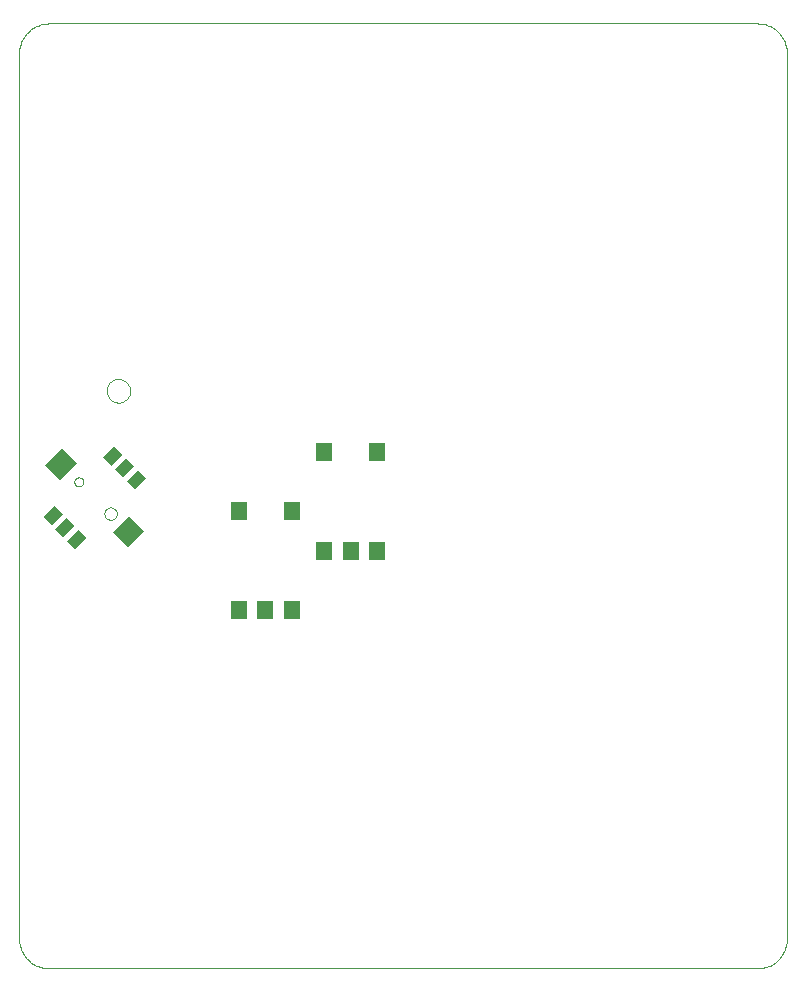
<source format=gbp>
G75*
%MOIN*%
%OFA0B0*%
%FSLAX24Y24*%
%IPPOS*%
%LPD*%
%AMOC8*
5,1,8,0,0,1.08239X$1,22.5*
%
%ADD10C,0.0000*%
%ADD11R,0.0531X0.0394*%
%ADD12R,0.0787X0.0709*%
%ADD13R,0.0551X0.0630*%
D10*
X000960Y001444D02*
X000960Y030972D01*
X000962Y031034D01*
X000968Y031095D01*
X000977Y031156D01*
X000991Y031217D01*
X001008Y031276D01*
X001029Y031334D01*
X001054Y031391D01*
X001082Y031446D01*
X001113Y031499D01*
X001148Y031550D01*
X001186Y031599D01*
X001227Y031646D01*
X001270Y031689D01*
X001317Y031730D01*
X001366Y031768D01*
X001417Y031803D01*
X001470Y031834D01*
X001525Y031862D01*
X001582Y031887D01*
X001640Y031908D01*
X001699Y031925D01*
X001760Y031939D01*
X001821Y031948D01*
X001882Y031954D01*
X001944Y031956D01*
X025567Y031956D01*
X025629Y031954D01*
X025690Y031948D01*
X025751Y031939D01*
X025812Y031925D01*
X025871Y031908D01*
X025929Y031887D01*
X025986Y031862D01*
X026041Y031834D01*
X026094Y031803D01*
X026145Y031768D01*
X026194Y031730D01*
X026241Y031689D01*
X026284Y031646D01*
X026325Y031599D01*
X026363Y031550D01*
X026398Y031499D01*
X026429Y031446D01*
X026457Y031391D01*
X026482Y031334D01*
X026503Y031276D01*
X026520Y031217D01*
X026534Y031156D01*
X026543Y031095D01*
X026549Y031034D01*
X026551Y030972D01*
X026551Y001444D01*
X026549Y001382D01*
X026543Y001321D01*
X026534Y001260D01*
X026520Y001199D01*
X026503Y001140D01*
X026482Y001082D01*
X026457Y001025D01*
X026429Y000970D01*
X026398Y000917D01*
X026363Y000866D01*
X026325Y000817D01*
X026284Y000770D01*
X026241Y000727D01*
X026194Y000686D01*
X026145Y000648D01*
X026094Y000613D01*
X026041Y000582D01*
X025986Y000554D01*
X025929Y000529D01*
X025871Y000508D01*
X025812Y000491D01*
X025751Y000477D01*
X025690Y000468D01*
X025629Y000462D01*
X025567Y000460D01*
X001944Y000460D01*
X001882Y000462D01*
X001821Y000468D01*
X001760Y000477D01*
X001699Y000491D01*
X001640Y000508D01*
X001582Y000529D01*
X001525Y000554D01*
X001470Y000582D01*
X001417Y000613D01*
X001366Y000648D01*
X001317Y000686D01*
X001270Y000727D01*
X001227Y000770D01*
X001186Y000817D01*
X001148Y000866D01*
X001113Y000917D01*
X001082Y000970D01*
X001054Y001025D01*
X001029Y001082D01*
X001008Y001140D01*
X000991Y001199D01*
X000977Y001260D01*
X000968Y001321D01*
X000962Y001382D01*
X000960Y001444D01*
X003799Y015619D02*
X003801Y015647D01*
X003807Y015675D01*
X003816Y015701D01*
X003829Y015727D01*
X003845Y015750D01*
X003865Y015770D01*
X003887Y015788D01*
X003911Y015803D01*
X003937Y015814D01*
X003964Y015822D01*
X003992Y015826D01*
X004020Y015826D01*
X004048Y015822D01*
X004075Y015814D01*
X004101Y015803D01*
X004125Y015788D01*
X004147Y015770D01*
X004167Y015750D01*
X004183Y015727D01*
X004196Y015701D01*
X004205Y015675D01*
X004211Y015647D01*
X004213Y015619D01*
X004211Y015591D01*
X004205Y015563D01*
X004196Y015537D01*
X004183Y015511D01*
X004167Y015488D01*
X004147Y015468D01*
X004125Y015450D01*
X004101Y015435D01*
X004075Y015424D01*
X004048Y015416D01*
X004020Y015412D01*
X003992Y015412D01*
X003964Y015416D01*
X003937Y015424D01*
X003911Y015435D01*
X003887Y015450D01*
X003865Y015468D01*
X003845Y015488D01*
X003829Y015511D01*
X003816Y015537D01*
X003807Y015563D01*
X003801Y015591D01*
X003799Y015619D01*
X002800Y016677D02*
X002802Y016701D01*
X002808Y016724D01*
X002817Y016746D01*
X002830Y016766D01*
X002845Y016784D01*
X002864Y016799D01*
X002885Y016811D01*
X002907Y016819D01*
X002930Y016824D01*
X002954Y016825D01*
X002978Y016822D01*
X003000Y016815D01*
X003022Y016805D01*
X003042Y016792D01*
X003059Y016775D01*
X003073Y016756D01*
X003084Y016735D01*
X003092Y016712D01*
X003096Y016689D01*
X003096Y016665D01*
X003092Y016642D01*
X003084Y016619D01*
X003073Y016598D01*
X003059Y016579D01*
X003042Y016562D01*
X003022Y016549D01*
X003000Y016539D01*
X002978Y016532D01*
X002954Y016529D01*
X002930Y016530D01*
X002907Y016535D01*
X002885Y016543D01*
X002864Y016555D01*
X002845Y016570D01*
X002830Y016588D01*
X002817Y016608D01*
X002808Y016630D01*
X002802Y016653D01*
X002800Y016677D01*
X003873Y019712D02*
X003875Y019751D01*
X003881Y019790D01*
X003891Y019828D01*
X003904Y019865D01*
X003921Y019900D01*
X003941Y019934D01*
X003965Y019965D01*
X003992Y019994D01*
X004021Y020020D01*
X004053Y020043D01*
X004087Y020063D01*
X004123Y020079D01*
X004160Y020091D01*
X004199Y020100D01*
X004238Y020105D01*
X004277Y020106D01*
X004316Y020103D01*
X004355Y020096D01*
X004392Y020085D01*
X004429Y020071D01*
X004464Y020053D01*
X004497Y020032D01*
X004528Y020007D01*
X004556Y019980D01*
X004581Y019950D01*
X004603Y019917D01*
X004622Y019883D01*
X004637Y019847D01*
X004649Y019809D01*
X004657Y019771D01*
X004661Y019732D01*
X004661Y019692D01*
X004657Y019653D01*
X004649Y019615D01*
X004637Y019577D01*
X004622Y019541D01*
X004603Y019507D01*
X004581Y019474D01*
X004556Y019444D01*
X004528Y019417D01*
X004497Y019392D01*
X004464Y019371D01*
X004429Y019353D01*
X004392Y019339D01*
X004355Y019328D01*
X004316Y019321D01*
X004277Y019318D01*
X004238Y019319D01*
X004199Y019324D01*
X004160Y019333D01*
X004123Y019345D01*
X004087Y019361D01*
X004053Y019381D01*
X004021Y019404D01*
X003992Y019430D01*
X003965Y019459D01*
X003941Y019490D01*
X003921Y019524D01*
X003904Y019559D01*
X003891Y019596D01*
X003881Y019634D01*
X003875Y019673D01*
X003873Y019712D01*
D11*
G36*
X003750Y017492D02*
X004124Y017866D01*
X004402Y017588D01*
X004028Y017214D01*
X003750Y017492D01*
G37*
G36*
X004147Y017095D02*
X004521Y017469D01*
X004799Y017191D01*
X004425Y016817D01*
X004147Y017095D01*
G37*
G36*
X004543Y016699D02*
X004917Y017073D01*
X005195Y016795D01*
X004821Y016421D01*
X004543Y016699D01*
G37*
G36*
X002553Y014708D02*
X002927Y015082D01*
X003205Y014804D01*
X002831Y014430D01*
X002553Y014708D01*
G37*
G36*
X002156Y015105D02*
X002530Y015479D01*
X002808Y015201D01*
X002434Y014827D01*
X002156Y015105D01*
G37*
G36*
X001759Y015502D02*
X002133Y015876D01*
X002411Y015598D01*
X002037Y015224D01*
X001759Y015502D01*
G37*
D12*
G36*
X001822Y017249D02*
X002377Y017804D01*
X002878Y017303D01*
X002323Y016748D01*
X001822Y017249D01*
G37*
G36*
X004077Y014994D02*
X004632Y015549D01*
X005133Y015048D01*
X004578Y014493D01*
X004077Y014994D01*
G37*
D13*
X008274Y015714D03*
X010046Y015714D03*
X011124Y014356D03*
X012010Y014356D03*
X012896Y014356D03*
X012896Y017664D03*
X011124Y017664D03*
X010046Y012406D03*
X009160Y012406D03*
X008274Y012406D03*
M02*

</source>
